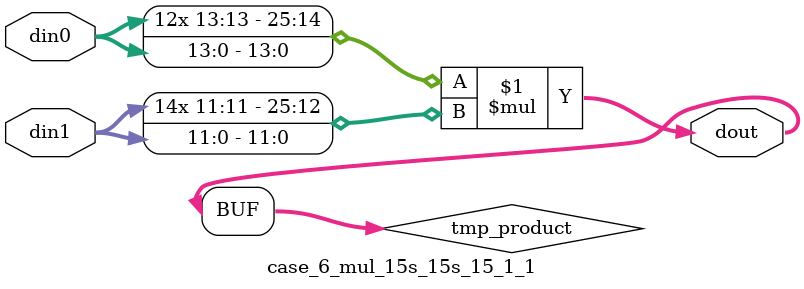
<source format=v>

`timescale 1 ns / 1 ps

 module case_6_mul_15s_15s_15_1_1(din0, din1, dout);
parameter ID = 1;
parameter NUM_STAGE = 0;
parameter din0_WIDTH = 14;
parameter din1_WIDTH = 12;
parameter dout_WIDTH = 26;

input [din0_WIDTH - 1 : 0] din0; 
input [din1_WIDTH - 1 : 0] din1; 
output [dout_WIDTH - 1 : 0] dout;

wire signed [dout_WIDTH - 1 : 0] tmp_product;



























assign tmp_product = $signed(din0) * $signed(din1);








assign dout = tmp_product;





















endmodule

</source>
